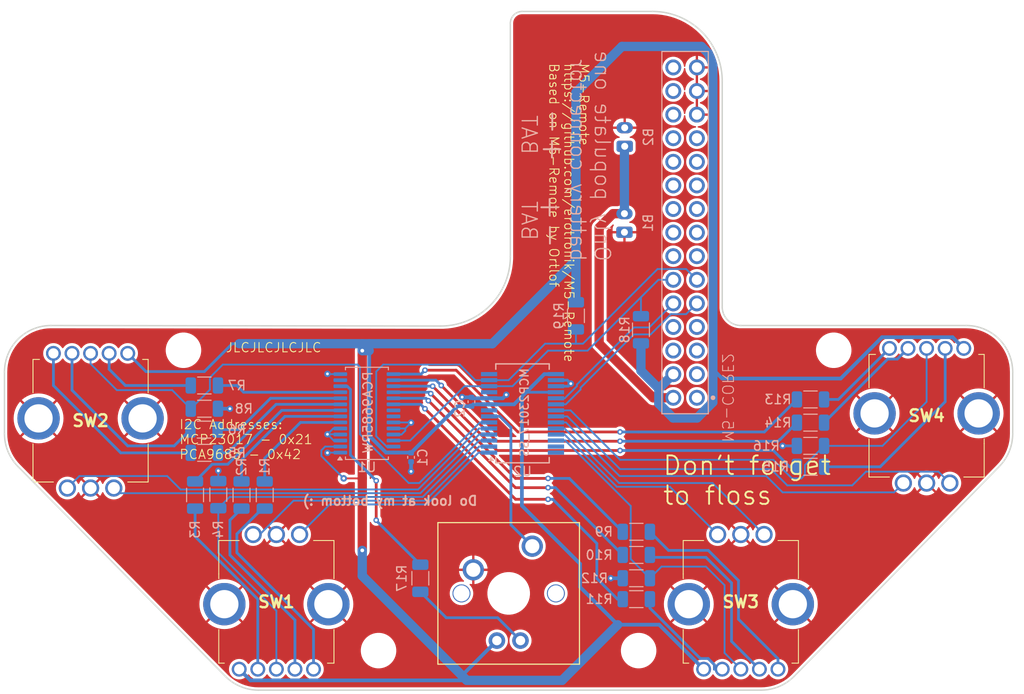
<source format=kicad_pcb>
(kicad_pcb (version 20240108) (generator "pcbnew") (generator_version "8.0")
  (layers (0 "F.Cu" signal) (31 "B.Cu" signal) (34 "B.Paste" user) (35 "F.Paste" user) (36 "B.SilkS" user "B.Silkscreen") (37 "F.SilkS" user "F.Silkscreen") (38 "B.Mask" user) (39 "F.Mask" user) (44 "Edge.Cuts" user))
  (net 0 "")
  (net 1 "+5V")
  (net 2 "/LED_SW1_R")
  (net 3 "/LEDD_SW1_R")
  (net 8 "GND")
  (net 9 "/INTB")
  (net 14 "/SDA")
  (net 15 "/SCL")
  (net 18 "/INTA")
  (net 26 "+BATT")
  (net 27 "+3.3V")
  (net 31 "/LEDD_SW1_G")
  (net 32 "/LED_SW1_G")
  (net 33 "/SW1_BUTTON")
  (net 34 "/LED_SW1_B")
  (net 35 "/LEDD_SW1_B")
  (net 36 "/LEDD_SW2_R")
  (net 37 "/LED_SW2_R")
  (net 38 "/SW2_BUTTON")
  (net 39 "/LEDD_SW2_G")
  (net 40 "/LED_SW2_G")
  (net 41 "/LEDD_SW2_B")
  (net 42 "/LED_SW2_B")
  (net 43 "/LEDD_SW3_R")
  (net 44 "/LED_SW3_R")
  (net 53 "/LED_SW3_G")
  (net 54 "/LEDD_SW3_G")
  (net 55 "/LEDD_SW3_B")
  (net 56 "/LED_SW3_B")
  (net 57 "/SW3_BUTTON")
  (net 58 "/LED_SW4_R")
  (net 59 "/LEDD_SW4_R")
  (net 60 "/LEDD_SW4_G")
  (net 61 "/LED_SW4_G")
  (net 62 "/LEDD_SW4_B")
  (net 63 "/LED_SW4_B")
  (net 64 "/SW4_BUTTON")
  (net 65 "/LED_CHERRY")
  (net 66 "/LEDD_CHERRY")
  (net 67 "/SW1_ROTB")
  (net 68 "/SW1_ROTA")
  (net 69 "/SW2_ROTA")
  (net 70 "/SW2_ROTB")
  (net 71 "/SW3_ROTA")
  (net 72 "/SW3_ROTB")
  (net 73 "/SW4_ROTB")
  (net 74 "/SW4_ROTA")
  (net 75 "/CHERRY_BUTTON")
  (footprint "M5-Remote_v1:mounting_hole_3.3mm" (layer "F.Cu") (at 113.5011 102.206)
    (property "Reference" "H2" (hide yes))
    (property "Value" "MountingHole")
  )
  (footprint "M5-Remote_v1:PEL12T4225SS1024" (layer "F.Cu") (at 103.5013 109.7896)
    (property "Reference" "SW2")
    (property "Value" "PEL12T4225SS1024" (hide yes))
  )
  (footprint "M5-Remote_v1:PEL12T4225SS1024" (layer "F.Cu") (at 193.5009 109.253)
    (property "Reference" "SW4")
    (property "Value" "PEL12T4225SS1024" (hide yes))
  )
  (footprint "M5-Remote_v1:PEL12T4225SS1024" (layer "F.Cu") (at 123.5011 129.2898 180)
    (property "Reference" "SW1")
    (property "Value" "PEL12T4225SS1024" (hide yes))
  )
  (footprint "M5-Remote_v1:CHERRY-MX-LED" (layer "F.Cu") (at 148.5111 128.38)
    (property "Reference" "U3" (hide yes))
    (property "Value" "CHERRY-MX-LED" (hide yes))
  )
  (footprint "M5-Remote_v1:mounting_hole_3.3mm" (layer "F.Cu") (at 183.5011 102.206)
    (property "Reference" "H3" (hide yes))
    (property "Value" "MountingHole")
  )
  (footprint "M5-Remote_v1:mounting_hole_3.3mm" (layer "F.Cu") (at 162.5011 134.54)
    (property "Reference" "H1" (hide yes))
    (property "Value" "MountingHole")
  )
  (footprint "M5-Remote_v1:PEL12T4225SS1024" (layer "F.Cu") (at 173.5009 129.29 180)
    (property "Reference" "SW3")
    (property "Value" "PEL12T4225SS1024" (hide yes))
  )
  (footprint "M5-Remote_v1:mounting_hole_3.3mm" (layer "F.Cu") (at 134.5011 134.54)
    (property "Reference" "H4" (hide yes))
    (property "Value" "MountingHole")
  )
  (footprint "Resistor_SMD:R_1206_3216Metric" (layer "B.Cu") (at 115.75 108.5)
    (property "Reference" "R8")
    (property "Value" "4k7")
  )
  (footprint "Resistor_SMD:R_1206_3216Metric" (layer "B.Cu") (at 115.75 113.25)
    (property "Reference" "R5")
    (property "Value" "120R")
  )
  (footprint "Package_SO:SSOP-28_5.3x10.2mm_P0.65mm" (layer "B.Cu") (at 150 109)
    (property "Reference" "U2")
    (property "Value" "MCP23017_SS")
  )
  (footprint "Resistor_SMD:R_1206_3216Metric" (layer "B.Cu") (at 181 114.75 180)
    (property "Reference" "R15")
    (property "Value" "120R")
  )
  (footprint "Resistor_SMD:R_1206_3216Metric" (layer "B.Cu") (at 115.75 106)
    (property "Reference" "R7")
    (property "Value" "120R")
  )
  (footprint "Resistor_SMD:R_1206_3216Metric" (layer "B.Cu") (at 155.75 98.5 -90)
    (property "Reference" "R19")
    (property "Value" "4k7")
  )
  (footprint "Resistor_SMD:R_1206_3216Metric" (layer "B.Cu") (at 181 107.5 180)
    (property "Reference" "R13")
    (property "Value" "120R")
  )
  (footprint "Connector_JST:JST_PH_S2B-PH-K_1x02_P2.00mm_Horizontal" (layer "B.Cu") (at 161 80.25 90)
    (property "Reference" "B2")
    (property "Value" "JST-PH-2MM,180")
  )
  (footprint "M5-Remote_v1:M5_CORE2" (layer "B.Cu") (at 168.7711 107.32 90)
    (property "Reference" "M5-CORE2")
    (property "Value" "M5Bus Header")
  )
  (footprint "Resistor_SMD:R_1206_3216Metric" (layer "B.Cu") (at 122.25 117.7875 90)
    (property "Reference" "R1")
    (property "Value" "120R")
  )
  (footprint "Resistor_SMD:R_1206_3216Metric" (layer "B.Cu") (at 115.7125 110.75)
    (property "Reference" "R6")
    (property "Value" "120R")
  )
  (footprint "Resistor_SMD:R_1206_3216Metric" (layer "B.Cu") (at 117.25 117.75 90)
    (property "Reference" "R4")
    (property "Value" "4k7")
  )
  (footprint "Resistor_SMD:R_1206_3216Metric" (layer "B.Cu") (at 181 112.5 180)
    (property "Reference" "R16")
    (property "Value" "4k7")
  )
  (footprint "Resistor_SMD:R_1206_3216Metric" (layer "B.Cu") (at 162.25 124.24 180)
    (property "Reference" "R10")
    (property "Value" "120R")
  )
  (footprint "Resistor_SMD:R_1206_3216Metric" (layer "B.Cu") (at 119.75 117.7875 90)
    (property "Reference" "R2")
    (property "Value" "120R")
  )
  (footprint "Resistor_SMD:R_1206_3216Metric" (layer "B.Cu") (at 139 126.75 90)
    (property "Reference" "R17")
    (property "Value" "120R")
  )
  (footprint "Connector_JST:JST_PH_S2B-PH-K_1x02_P2.00mm_Horizontal" (layer "B.Cu") (at 160.9733 89.5 90)
    (property "Reference" "B1")
    (property "Value" "JST-PH-2MM,180")
  )
  (footprint "Package_SO:TSSOP-28_4.4x9.7mm_P0.65mm" (layer "B.Cu") (at 133.25 109)
    (property "Reference" "U1")
    (property "Value" "PCA9685PW")
  )
  (footprint "Resistor_SMD:R_1206_3216Metric" (layer "B.Cu") (at 162.25 129 180)
    (property "Reference" "R11")
    (property "Value" "120R")
  )
  (footprint "Resistor_SMD:R_1206_3216Metric" (layer "B.Cu") (at 162.25 126.75 180)
    (property "Reference" "R12")
    (property "Value" "4k7")
  )
  (footprint "Resistor_SMD:R_1206_3216Metric" (layer "B.Cu") (at 162.75 100 90)
    (property "Reference" "R18")
    (property "Value" "4k7")
  )
  (footprint "Resistor_SMD:R_1206_3216Metric" (layer "B.Cu") (at 162.25 121.75 180)
    (property "Reference" "R9")
    (property "Value" "120R")
  )
  (footprint "Capacitor_SMD:C_0402_1005Metric" (layer "B.Cu") (at 138 113.73 -90)
    (property "Reference" "C1")
    (property "Value" "100n")
  )
  (footprint "Resistor_SMD:R_1206_3216Metric" (layer "B.Cu") (at 114.75 117.7875 90)
    (property "Reference" "R3")
    (property "Value" "120R")
  )
  (footprint "Capacitor_SMD:C_0402_1005Metric" (layer "B.Cu") (at 144.5 107.75 90)
    (property "Reference" "C2")
    (property "Value" "100n")
  )
  (footprint "Resistor_SMD:R_1206_3216Metric" (layer "B.Cu") (at 181 110 180)
    (property "Reference" "R14")
    (property "Value" "120R")
  )
  (gr_arc (start 197.7711 99.54) (mid 201.306634 101.004466) (end 202.7711 104.54) (stroke (width 0.1524)) (layer "Edge.Cuts"))
  (gr_line (start 121.572168 138.794) (end 175.684031 138.794) (stroke (width 0.1524)) (layer "Edge.Cuts"))
  (gr_arc (start 94.2311 104.54) (mid 95.695566 101.004466) (end 99.2311 99.54) (stroke (width 0.1524)) (layer "Edge.Cuts"))
  (gr_line (start 94.2311 104.54) (end 94.2311 111.198932) (stroke (width 0.1524)) (layer "Edge.Cuts"))
  (gr_arc (start 148.6911 67) (mid 149.063074 66.101974) (end 149.9611 65.73) (stroke (width 0.1524)) (layer "Edge.Cuts"))
  (gr_arc (start 95.695568 114.734468) (mid 94.611692 113.112352) (end 94.2311 111.198932) (stroke (width 0.1524)) (layer "Edge.Cuts"))
  (gr_line (start 171.5011 97.54) (end 171.5011 73.23) (stroke (width 0.1524)) (layer "Edge.Cuts"))
  (gr_arc (start 179.219567 137.329532) (mid 177.597451 138.413407) (end 175.684031 138.794) (stroke (width 0.1524)) (layer "Edge.Cuts"))
  (gr_line (start 148.6911 67) (end 148.6911 92.096779) (stroke (width 0.1524)) (layer "Edge.Cuts"))
  (gr_arc (start 121.572168 138.794) (mid 119.658756 138.413387) (end 118.036631 137.329532) (stroke (width 0.1524)) (layer "Edge.Cuts"))
  (gr_arc (start 202.7711 111.198932) (mid 202.390486 113.112344) (end 201.306631 114.734469) (stroke (width 0.1524)) (layer "Edge.Cuts"))
  (gr_arc (start 164.0011 65.73) (mid 169.304401 67.926699) (end 171.5011 73.23) (stroke (width 0.1524)) (layer "Edge.Cuts"))
  (gr_line (start 164.0011 65.73) (end 149.9611 65.73) (stroke (width 0.1524)) (layer "Edge.Cuts"))
  (gr_arc (start 173.5011 99.54) (mid 172.086886 98.954214) (end 171.5011 97.54) (stroke (width 0.1524)) (layer "Edge.Cuts"))
  (gr_line (start 95.695568 114.734469) (end 118.036631 137.329532) (stroke (width 0.1524)) (layer "Edge.Cuts"))
  (gr_line (start 141.18095 99.596772) (end 99.2311 99.54) (stroke (width 0.1524)) (layer "Edge.Cuts"))
  (gr_arc (start 148.6911 92.096779) (mid 146.490818 97.403681) (end 141.18095 99.596772) (stroke (width 0.1524)) (layer "Edge.Cuts"))
  (gr_line (start 202.7711 111.198932) (end 202.7711 104.54) (stroke (width 0.1524)) (layer "Edge.Cuts"))
  (gr_line (start 179.219568 137.329532) (end 201.306631 114.734469) (stroke (width 0.1524)) (layer "Edge.Cuts"))
  (gr_line (start 197.7711 99.54) (end 173.5011 99.54) (stroke (width 0.1524)) (layer "Edge.Cuts"))
  (gr_text "Only populate one\nbattery connector" (at 155 92.75 270) (layer "B.SilkS") (effects (font (size 1.63576 1.63576) (thickness 0.14224)) (justify left bottom mirror)))
  (gr_text "-" (at 154.5 88.25 -90) (layer "B.SilkS") (effects (font (size 2.3368 2.3368) (thickness 0.2032)) (justify right top mirror)))
  (gr_text "+" (at 154.75 81.75 0) (layer "B.SilkS") (effects (font (size 2.3368 2.3368) (thickness 0.2032)) (justify left bottom mirror)))
  (gr_text "BAT" (at 149.75 90.5 -90) (layer "B.SilkS") (effects (font (size 1.63576 1.63576) (thickness 0.14224)) (justify left bottom mirror)))
  (gr_text "-" (at 154.75 76 -90) (layer "B.SilkS") (effects (font (size 2.3368 2.3368) (thickness 0.2032)) (justify right top mirror)))
  (gr_text "+" (at 154.5 88 0) (layer "B.SilkS") (effects (font (size 2.3368 2.3368) (thickness 0.2032)) (justify left bottom mirror)))
  (gr_text "Do look at my bottom :)" (at 145.25 119 0) (layer "B.SilkS") (effects (font (size 1 1) (thickness 0.2) (bold yes)) (justify left bottom mirror)))
  (gr_text "BAT" (at 149.75 81.25 -90) (layer "B.SilkS") (effects (font (size 1.63576 1.63576) (thickness 0.14224)) (justify left bottom mirror)))
  (gr_text "JLCJLCJLCJLC" (at 118 102.5 0) (layer "F.SilkS") (effects (font (size 1 1) (thickness 0.1)) (justify left bottom)))
  (gr_text "" (at 151.933831 74.786 0) (layer "F.SilkS") (effects (font (size 5.870956 5.870956) (thickness 0.580644)) (justify left)))
  (gr_text "I2C Addresses:\nMCP23017 - 0x21\nPCA9685 - 0x42" (at 113 114 0) (layer "F.SilkS") (effects (font (size 1 1) (thickness 0.1)) (justify left bottom)))
  (gr_text "Don't forget\nto floss" (at 165 119 0) (layer "F.SilkS") (effects (font (size 2 2) (thickness 0.2)) (justify left bottom)))
  (gr_text "M5-Remote\nhttps://github.com/erotronik/M5-Remote\nBased on M5-Remote by Ortlof" (at 155 71.25 -90) (layer "F.SilkS") (effects (font (size 1 1) (thickness 0.1)) (justify left)))
  (segment (start 132.75 102.75) (end 132.75 116) (width 1) (layer "F.Cu") (net 1))
  (segment (start 132.75 102.25) (end 132.75 102.75) (width 1) (layer "F.Cu") (net 1))
  (segment (start 132.75 116) (end 132.75 123.75) (width 1) (layer "F.Cu") (net 1))
  (segment (start 130.75 116) (end 132.75 116) (width 0.2) (layer "F.Cu") (net 1))
  (via (at 130.75 116) (size 0.7) (drill 0.3) (layers "F.Cu" "B.Cu") (net 1))
  (via (at 132.75 102.25) (size 0.9) (drill 0.4) (layers "F.Cu" "B.Cu") (net 1))
  (via (at 132.75 123.75) (size 0.9) (drill 0.4) (layers "F.Cu" "B.Cu") (net 1))
  (segment (start 146.4 108.025) (end 144.705 108.025) (width 0.4) (layer "B.Cu") (net 1))
  (segment (start 132.75 102.25) (end 133.4968 102.25) (width 1) (layer "B.Cu") (net 1))
  (segment (start 153.6 106.725) (end 150.475 106.725) (width 0.3) (layer "B.Cu") (net 1))
  (segment (start 128.3468 112.979435) (end 128.3468 113.5968) (width 0.2) (layer "B.Cu") (net 1))
  (segment (start 170.489954 107.801309) (end 170.489954 104.25) (width 1) (layer "B.Cu") (net 1))
  (segment (start 155.75 92.5) (end 155.75 97.0375) (width 1) (layer "B.Cu") (net 1))
  (segment (start 144 137.743) (end 143.3785 137.1215) (width 1) (layer "B.Cu") (net 1))
  (segment (start 147.2411 133.46) (end 143.5796 137.1215) (width 0.4) (layer "B.Cu") (net 1))
  (segment (start 155.75 92.5) (end 146.75 101.5) (width 1) (layer "B.Cu") (net 1))
  (segment (start 133.4968 102.25) (end 133.4968 101.5032) (width 0.4) (layer "B.Cu") (net 1))
  (segment (start 168.791263 109.5) (end 170.489954 107.801309) (width 1) (layer "B.Cu") (net 1))
  (segment (start 184.25 105.25) (end 171.489954 105.25) (width 0.4) (layer "B.Cu") (net 1))
  (segment (start 160.70425 69.5) (end 155.75 74.45425) (width 1) (layer "B.Cu") (net 1))
  (segment (start 143.02 108.23) (end 138 113.25) (width 0.4) (layer "B.Cu") (net 1))
  (segment (start 154.257 137.743) (end 160.25 131.75) (width 1) (layer "B.Cu") (net 1))
  (segment (start 107.5013 102.5396) (end 109.4617 104.5) (width 0.3) (layer "B.Cu") (net 1))
  (segment (start 135.310596 113.225) (end 133.4968 111.411204) (width 0.4) (layer "B.Cu") (net 1))
  (segment (start 132.75 101.5) (end 132.75 102.25) (width 1) (layer "B.Cu") (net 1))
  (segment (start 166.215462 109.5) (end 168.791263 109.5) (width 1) (layer "B.Cu") (net 1))
  (segment (start 171.489954 105.25) (end 170.489954 104.25) (width 0.4) (layer "B.Cu") (net 1))
  (segment (start 133.4968 101.5032) (end 133.5 101.5) (width 0.4) (layer "B.Cu") (net 1))
  (segment (start 152.3436 104.775) (end 153.6 104.775) (width 0.4) (layer "B.Cu") (net 1))
  (segment (start 146.75 101.5) (end 133.5 101.5) (width 1) (layer "B.Cu") (net 1))
  (segment (start 146.4 108.025) (end 149.0936 108.025) (width 0.4) (layer "B.Cu") (net 1))
  (segment (start 164.67535 107.959888) (end 166.215462 109.5) (width 1) (layer "B.Cu") (net 1))
  (segment (start 144 137.743) (end 154.257 137.743) (width 1) (layer "B.Cu") (net 1))
  (segment (start 118.75 101.5) (end 119.5 101.5) (width 0.3) (layer "B.Cu") (net 1))
  (segment (start 170.489954 71.573818) (end 170.35527 71.115124) (width 1) (layer "B.Cu") (net 1))
  (segment (start 149.0936 108.025) (end 149.9343 107.1843) (width 0.4) (layer "B.Cu") (net 1))
  (segment (start 169.989618 70.232362) (end 169.257256 69.5) (width 1) (layer "B.Cu") (net 1))
  (segment (start 128.751235 112.575) (end 128.3468 112.979435) (width 0.2) (layer "B.Cu") (net 1))
  (segment (start 196.2977 100.7998) (end 188.7002 100.7998) (width 0.4) (layer "B.Cu") (net 1))
  (segment (start 136.1125 113.225) (end 137.975 113.225) (width 0.4) (layer "B.Cu") (net 1))
  (segment (start 170.35527 71.115124) (end 170.188209 70.667217) (width 1) (layer "B.Cu") (net 1))
  (segment (start 136.1125 113.225) (end 135.310596 113.225) (width 0.4) (layer "B.Cu") (net 1))
  (segment (start 164.7109 131.75) (end 169.5009 136.54) (width 0.4) (layer "B.Cu") (net 1))
  (segment (start 197.5009 102.003) (end 196.2977 100.7998) (width 0.4) (layer "B.Cu") (net 1))
  (segment (start 150.475 106.725) (end 150.4343 106.6843) (width 0.3) (layer "B.Cu") (net 1))
  (segment (start 170.188209 70.667217) (end 169.989618 70.232362) (width 1) (layer "B.Cu") (net 1))
  (segment (start 149.9343 118.9343) (end 156.2 125.2) (width 0.4) (layer "B.Cu") (net 1))
  (segment (start 115.75 104.5) (end 118.75 101.5) (width 0.3) (layer "B.Cu") (net 1))
  (segment (start 149.9343 107.1843) (end 149.9343 118.9343) (width 0.4) (layer "B.Cu") (net 1))
  (segment (start 164.67535 106.33575) (end 162.75 104.4104) (width 1) (layer "B.Cu") (net 1))
  (segment (start 133.4968 102.5) (end 133.4968 102.25) (width 0.4) (layer "B.Cu") (net 1))
  (segment (start 162.75 104.4104) (end 162.75 101.4625) (width 1) (layer "B.Cu") (net 1))
  (segment (start 130.3875 112.575) (end 128.751235 112.575) (width 0.2) (layer "B.Cu") (net 1))
  (segment (start 120.7043 137.743) (end 144 137.743) (width 0.4) (layer "B.Cu") (net 1))
  (segment (start 143.5796 137.1215) (end 143.3785 137.1215) (width 0.4) (layer "B.Cu") (net 1))
  (segment (start 133.4968 111.411204) (end 133.4968 102.5) (width 0.4) (layer "B.Cu") (net 1))
  (segment (start 120.7043 137.743) (end 119.5011 136.5398) (width 0.4) (layer "B.Cu") (net 1))
  (segment (start 155.75 74.45425) (end 155.75 92.5) (width 1) (layer "B.Cu") (net 1))
  (segment (start 128.3468 113.5968) (end 130.75 116) (width 0.2) (layer "B.Cu") (net 1))
  (segment (start 169.257256 69.5) (end 160.70425 69.5) (width 1) (layer "B.Cu") (net 1))
  (segment (start 132.75 126.493) (end 132.75 123.75) (width 1) (layer "B.Cu") (net 1))
  (segment (start 160.25 131.75) (end 164.7109 131.75) (width 0.4) (layer "B.Cu") (net 1))
  (segment (start 166.2311 104.78) (end 164.67535 106.33575) (width 1) (layer "B.Cu") (net 1))
  (segment (start 164.67535 106.33575) (end 164.67535 107.959888) (width 1) (layer "B.Cu") (net 1))
  (segment (start 188.7002 100.7998) (end 184.25 105.25) (width 0.4) (layer "B.Cu") (net 1))
  (segment (start 144.5 108.23) (end 143.02 108.23) (width 0.4) (layer "B.Cu") (net 1))
  (segment (start 150.4343 106.6843) (end 152.3436 104.775) (width 0.4) (layer "B.Cu") (net 1))
  (segment (start 143.3785 137.1215) (end 132.75 126.493) (width 1) (layer "B.Cu") (net 1))
  (segment (start 133.5 101.5) (end 132.75 101.5) (width 1) (layer "B.Cu") (net 1))
  (segment (start 156.2 127.7) (end 160.25 131.75) (width 0.4) (layer "B.Cu") (net 1))
  (segment (start 170.489954 104.25) (end 170.489954 71.573818) (width 1) (layer "B.Cu") (net 1))
  (segment (start 132.75 101.5) (end 119.5 101.5) (width 1) (layer "B.Cu") (net 1))
  (segment (start 109.4617 104.5) (end 115.75 104.5) (width 0.3) (layer "B.Cu") (net 1))
  (segment (start 144.705 108.025) (end 144.5 108.23) (width 0.4) (layer "B.Cu") (net 1))
  (segment (start 149.9343 107.1843) (end 150.4343 106.6843) (width 0.4) (layer "B.Cu") (net 1))
  (segment (start 156.2 125.2) (end 156.2 127.7) (width 0.4) (layer "B.Cu") (net 1))
  (segment (start 122.25 113.825) (end 126.1 109.975) (width 0.3) (layer "B.Cu") (net 2))
  (segment (start 126.1 109.975) (end 130.3875 109.975) (width 0.3) (layer "B.Cu") (net 2))
  (segment (start 122.25 116.325) (end 122.25 113.825) (width 0.3) (layer "B.Cu") (net 2))
  (segment (start 127.5011 136.5398) (end 127.5011 132.2511) (width 0.3) (layer "B.Cu") (net 3))
  (segment (start 119.25 124) (end 119.25 121.983252) (width 0.3) (layer "B.Cu") (net 3))
  (segment (start 127.5011 132.2511) (end 119.25 124) (width 0.3) (layer "B.Cu") (net 3))
  (segment (start 121.983252 119.25) (end 122.25 119.25) (width 0.3) (layer "B.Cu") (net 3))
  (segment (start 119.25 121.983252) (end 121.983252 119.25) (width 0.3) (layer "B.Cu") (net 3))
  (via (at 118.5 108.5) (size 0.7) (drill 0.3) (layers "F.Cu" "B.Cu") (net 8))
  (via (at 155.2 105.8) (size 0.7) (drill 0.3) (layers "F.Cu" "B.Cu") (net 8))
  (via (at 159.5 126.75) (size 0.7) (drill 0.3) (layers "F.Cu" "B.Cu") (net 8))
  (via (at 148.25 107) (size 0.7) (drill 0.3) (layers "F.Cu" "B.Cu") (net 8))
  (via (at 178 112.5) (size 0.7) (drill 0.3) (layers "F.Cu" "B.Cu") (net 8))
  (via (at 129 104.75) (size 0.7) (drill 0.3) (layers "F.Cu" "B.Cu") (net 8))
  (via (at 117.25 115.1814) (size 0.7) (drill 0.3) (layers "F.Cu" "B.Cu") (net 8))
  (via (at 138 110) (size 0.7) (drill 0.3) (layers "F.Cu" "B.Cu") (net 8))
  (via (at 129 113.25) (size 0.7) (drill 0.3) (layers "F.Cu" "B.Cu") (net 8))
  (via (at 138 115.25) (size 0.7) (drill 0.3) (layers "F.Cu" "B.Cu") (net 8))
  (via (at 129 111.25) (size 0.7) (drill 0.3) (layers "F.Cu" "B.Cu") (net 8))
  (via (at 143.5 107.25) (size 0.7) (drill 0.3) (layers "F.Cu" "B.Cu") (net 8))
  (segment (start 137.375 110.875) (end 137.375 110.625) (width 0.2) (layer "B.Cu") (net 8))
  (segment (start 130.3875 104.775) (end 129.025 104.775) (width 0.2) (layer "B.Cu") (net 8))
  (segment (start 129.025 113.225) (end 129 113.25) (width 0.2) (layer "B.Cu") (net 8))
  (segment (start 146.4 107.375) (end 147.875 107.375) (width 0.4) (layer "B.Cu") (net 8))
  (segment (start 144.5 107.27) (end 143.52 107.27) (width 0.4) (layer "B.Cu") (net 8))
  (segment (start 143.52 107.27) (end 143.5 107.25) (width 0.4) (layer "B.Cu") (net 8))
  (segment (start 136.1125 109.975) (end 137.975 109.975) (width 0.2) (layer "B.Cu") (net 8))
  (segment (start 129 111.25) (end 130.3625 111.25) (width 0.2) (layer "B.Cu") (net 8))
  (segment (start 118.5 108.5) (end 117.2125 108.5) (width 0.4) (layer "B.Cu") (net 8))
  (segment (start 154.925 106.075) (end 153.6 106.075) (width 0.3) (layer "B.Cu") (net 8))
  (segment (start 136.975 111.275) (end 137.375 110.875) (width 0.2) (layer "B.Cu") (net 8))
  (segment (start 130.3875 111.925) (end 129.675 111.925) (width 0.2) (layer "B.Cu") (net 8))
  (segment (start 129.025 104.775) (end 129 104.75) (width 0.2) (layer "B.Cu") (net 8))
  (segment (start 154.825 105.425) (end 153.6 105.425) (width 0.3) (layer "B.Cu") (net 8))
  (segment (start 136.1125 110.625) (end 137.375 110.625) (width 0.2) (layer "B.Cu") (net 8))
  (segment (start 117.25 116.2875) (end 117.25 115.1814) (width 0.2) (layer "B.Cu") (net 8))
  (segment (start 137.375 110.625) (end 138 110) (width 0.2) (layer "B.Cu") (net 8))
  (segment (start 186.4595 109.003) (end 187.9009 109.003) (width 0.3) (layer "B.Cu") (net 8))
  (segment (start 144.605 107.375) (end 144.5 107.27) (width 0.4) (layer "B.Cu") (net 8))
  (segment (start 146.4 107.375) (end 144.605 107.375) (width 0.4) (layer "B.Cu") (net 8))
  (segment (start 155.2 105.8) (end 154.925 106.075) (width 0.3) (layer "B.Cu") (net 8))
  (segment (start 129.625 110.625) (end 129 111.25) (width 0.2) (layer "B.Cu") (net 8))
  (segment (start 136.1125 111.275) (end 136.975 111.275) (width 0.2) (layer "B.Cu") (net 8))
  (segment (start 160.7875 126.75) (end 159.5 126.75) (width 0.4) (layer "B.Cu") (net 8))
  (segment (start 130.3875 113.225) (end 129.025 113.225) (width 0.2) (layer "B.Cu") (net 8))
  (segment (start 137.975 109.975) (end 138 110) (width 0.2) (layer "B.Cu") (net 8))
  (segment (start 130.3625 111.25) (end 130.3875 111.275) (width 0.2) (layer "B.Cu") (net 8))
  (segment (start 130.3875 110.625) (end 129.625 110.625) (width 0.2) (layer "B.Cu") (net 8))
  (segment (start 155.2 105.8) (end 154.825 105.425) (width 0.3) (layer "B.Cu") (net 8))
  (segment (start 147.875 107.375) (end 148.25 107) (width 0.4) (layer "B.Cu") (net 8))
  (segment (start 129.675 111.925) (end 129 111.25) (width 0.2) (layer "B.Cu") (net 8))
  (segment (start 179.5375 112.5) (end 178 112.5) (width 0.3) (layer "B.Cu") (net 8))
  (segment (start 138 114.21) (end 138 115.25) (width 0.4) (layer "B.Cu") (net 8))
  (segment (start 162 99.75) (end 163.6411 99.75) (width 0.2) (layer "B.Cu") (net 9))
  (segment (start 163.6411 99.75) (end 166.2311 97.16) (width 0.2) (layer "B.Cu") (net 9))
  (segment (start 154.548765 107.375) (end 155.8532 106.070565) (width 0.2) (layer "B.Cu") (net 9))
  (segment (start 153.6 107.375) (end 154.548765 107.375) (width 0.2) (layer "B.Cu") (net 9))
  (segment (start 155.8532 105.8968) (end 162 99.75) (width 0.2) (layer "B.Cu") (net 9))
  (segment (start 155.8532 106.070565) (end 155.8532 105.8968) (width 0.2) (layer "B.Cu") (net 9))
  (segment (start 134.25 111.449999) (end 134.25 104.5) (width 0.2) (layer "B.Cu") (net 14))
  (segment (start 155.75 101.5) (end 152.42979 101.5) (width 0.2) (layer "B.Cu") (net 14))
  (segment (start 167.61535 93.46425) (end 164.53575 93.46425) (width 0.2) (layer "B.Cu") (net 14))
  (segment (start 134.25 104.5) (end 135 103.75) (width 0.2) (layer "B.Cu") (net 14))
  (segment (start 136.1125 112.575) (end 135.375001 112.575) (width 0.2) (layer "B.Cu") (net 14))
  (segment (start 152.42979 101.5) (end 148.50479 105.425) (width 0.2) (layer "B.Cu") (net 14))
  (segment (start 155.75 99.9625) (end 155.75 101.5) (width 0.2) (layer "B.Cu") (net 14))
  (segment (start 168.7711 94.62) (end 167.61535 93.46425) (width 0.2) (layer "B.Cu") (net 14))
  (segment (start 156.5 101.5) (end 155.75 101.5) (width 0.2) (layer "B.Cu") (net 14))
  (segment (start 135.375001 112.575) (end 134.25 111.449999) (width 0.2) (layer "B.Cu") (net 14))
  (segment (start 164.53575 93.46425) (end 156.5 101.5) (width 0.2) (layer "B.Cu") (net 14))
  (segment (start 148.50479 105.425) (end 146.4 105.425) (width 0.2) (layer "B.Cu") (net 14))
  (segment (start 143.25 103.75) (end 144.925 105.425) (width 0.2) (layer "B.Cu") (net 14))
  (segment (start 135 103.75) (end 143.25 103.75) (width 0.2) (layer "B.Cu") (net 14))
  (segment (start 144.925 105.425) (end 146.4 105.425) (width 0.2) (layer "B.Cu") (net 14))
  (segment (start 152.75 102.25) (end 148.925 106.075) (width 0.2) (layer "B.Cu") (net 15))
  (segment (start 162.75 98.5375) (end 162.75 96.5) (width 0.2) (layer "B.Cu") (net 15))
  (segment (start 148.925 106.075) (end 146.4 106.075) (width 0.2) (layer "B.Cu") (net 15))
  (segment (start 162.75 96.5) (end 157 102.25) (width 0.2) (layer "B.Cu") (net 15))
  (segment (start 164.63 94.62) (end 162.75 96.5) (width 0.2) (layer "B.Cu") (net 15))
  (segment (start 143.751235 106.075) (end 146.4 106.075) (width 0.2) (layer "B.Cu") (net 15))
  (segment (start 136.1125 111.925) (end 137.901235 111.925) (width 0.2) (layer "B.Cu") (net 15))
  (segment (start 137.901235 111.925) (end 143.751235 106.075) (width 0.2) (layer "B.Cu") (net 15))
  (segment (start 157 102.25) (end 152.75 102.25) (width 0.2) (layer "B.Cu") (net 15))
  (segment (start 166.2311 94.62) (end 164.63 94.62) (width 0.2) (layer "B.Cu") (net 15))
  (segment (start 163.796622 100.5) (end 165.980872 98.31575) (width 0.2) (layer "B.Cu") (net 18))
  (segment (start 161.98573 100.5) (end 163.796622 100.5) (width 0.2) (layer "B.Cu") (net 18))
  (segment (start 153.6 108.025) (end 154.6564 108.025) (width 0.2) (layer "B.Cu") (net 18))
  (segment (start 165.980872 98.31575) (end 167.61535 98.31575) (width 0.2) (layer "B.Cu") (net 18))
  (segment (start 154.6564 108.025) (end 156.2564 106.425) (width 0.2) (layer "B.Cu") (net 18))
  (segment (start 156.2564 106.22933) (end 161.98573 100.5) (width 0.2) (layer "B.Cu") (net 18))
  (segment (start 167.61535 98.31575) (end 168.7711 97.16) (width 0.2) (layer "B.Cu") (net 18))
  (segment (start 156.2564 106.425) (end 156.2564 106.22933) (width 0.2) (layer "B.Cu") (net 18))
  (segment (start 159.75 87.5) (end 160.9733 87.5) (width 1) (layer "F.Cu") (net 26))
  (segment (start 164.07 107.32) (end 158.25 101.5) (width 1) (layer "F.Cu") (net 26))
  (segment (start 158.25 89) (end 159.75 87.5) (width 1) (layer "F.Cu") (net 26))
  (segment (start 158.25 101.5) (end 158.25 89) (width 1) (layer "F.Cu") (net 26))
  (segment (start 166.2311 107.32) (end 164.07 107.32) (width 1) (layer "F.Cu") (net 26))
  (segment (start 160.9733 80.4767) (end 161.2 80.25) (width 1) (layer "B.Cu") (net 26))
  (segment (start 160.9733 87.5) (end 160.9733 80.4767) (width 1) (layer "B.Cu") (net 26))
  (segment (start 118.5 120.5) (end 119.75 119.25) (width 0.3) (layer "B.Cu") (net 31))
  (segment (start 125.5011 136.5398) (end 125.5011 131.2511) (width 0.3) (layer "B.Cu") (net 31))
  (segment (start 118.5 124.25) (end 118.5 120.5) (width 0.3) (layer "B.Cu") (net 31))
  (segment (start 125.5011 131.2511) (end 118.5 124.25) (width 0.3) (layer "B.Cu") (net 31))
  (segment (start 119.75 114) (end 124.425 109.325) (width 0.3) (layer "B.Cu") (net 32))
  (segment (start 124.425 109.325) (end 130.3875 109.325) (width 0.3) (layer "B.Cu") (net 32))
  (segment (start 119.75 116.325) (end 119.75 114) (width 0.3) (layer "B.Cu") (net 32))
  (segment (start 117.25 124) (end 117.25 119.2125) (width 0.2) (layer "B.Cu") (net 33))
  (segment (start 123.5011 130.2511) (end 117.25 124) (width 0.2) (layer "B.Cu") (net 33))
  (segment (start 118.4654 117.9971) (end 139.2529 117.9971) (width 0.2) (layer "B.Cu") (net 33))
  (segment (start 123.5011 136.5398) (end 123.5011 130.2511) (width 0.2) (layer "B.Cu") (net 33))
  (segment (start 117.25 119.2125) (end 118.4654 117.9971) (width 0.2) (layer "B.Cu") (net 33))
  (segment (start 139.2529 117.9971) (end 145.325 111.925) (width 0.2) (layer "B.Cu") (net 33))
  (segment (start 145.325 111.925) (end 146.4 111.925) (width 0.2) (layer "B.Cu") (net 33))
  (segment (start 118.2718 114.4782) (end 124.075 108.675) (width 0.3) (layer "B.Cu") (net 34))
  (segment (start 114.75 116.325) (end 116.5968 114.4782) (width 0.3) (layer "B.Cu") (net 34))
  (segment (start 124.075 108.675) (end 130.3875 108.675) (width 0.3) (layer "B.Cu") (net 34))
  (segment (start 116.5968 114.4782) (end 118.2718 114.4782) (width 0.3) (layer "B.Cu") (net 34))
  (segment (start 114.75 122.25) (end 114.75 119.25) (width 0.3) (layer "B.Cu") (net 35))
  (segment (start 121.5011 129.0011) (end 114.75 122.25) (width 0.3) (layer "B.Cu") (net 35))
  (segment (start 121.5011 136.5398) (end 121.5011 129.0011) (width 0.3) (layer "B.Cu") (net 35))
  (segment (start 106.75 113.25) (end 114.2875 113.25) (width 0.3) (layer "B.Cu") (net 36))
  (segment (start 99.5013 106.0013) (end 106.75 113.25) (width 0.3) (layer "B.Cu") (net 36))
  (segment (start 99.5013 102.5396) (end 99.5013 106.0013) (width 0.3) (layer "B.Cu") (net 36))
  (segment (start 118.25 113.25) (end 117.2125 113.25) (width 0.3) (layer "B.Cu") (net 37))
  (segment (start 123.475 108.025) (end 118.25 113.25) (width 0.3) (layer "B.Cu") (net 37))
  (segment (start 130.3875 108.025) (end 123.475 108.025) (width 0.3) (layer "B.Cu") (net 37))
  (segment (start 103.5013 103.67097) (end 106.33033 106.5) (width 0.2) (layer "B.Cu") (net 38))
  (segment (start 114.2875 108.5) (end 116.3468 106.4407) (width 0.2) (layer "B.Cu") (net 38))
  (segment (start 106.33033 106.5) (end 112.2875 106.5) (width 0.2) (layer "B.Cu") (net 38))
  (segment (start 145.40479 109.975) (end 146.4 109.975) (width 0.2) (layer "B.Cu") (net 38))
  (segment (start 116.3468 105.13893) (end 117.73573 103.75) (width 0.2) (layer "B.Cu") (net 38))
  (segment (start 103.5013 102.5396) (end 103.5013 103.67097) (width 0.2) (layer "B.Cu") (net 38))
  (segment (start 132.25 103.75) (end 132.5 104) (width 0.2) (layer "B.Cu") (net 38))
  (segment (start 137.75 116.5) (end 138.87979 116.5) (width 0.2) (layer "B.Cu") (net 38))
  (segment (start 138.87979 116.5) (end 145.40479 109.975) (width 0.2) (layer "B.Cu") (net 38))
  (segment (start 112.2875 106.5) (end 114.2875 108.5) (width 0.2) (layer "B.Cu") (net 38))
  (segment (start 132.5 104) (end 132.5 111.25) (width 0.2) (layer "B.Cu") (net 38))
  (segment (start 132.5 111.25) (end 137.75 116.5) (width 0.2) (layer "B.Cu") (net 38))
  (segment (start 117.73573 103.75) (end 132.25 103.75) (width 0.2) (layer "B.Cu") (net 38))
  (segment (start 116.3468 106.4407) (end 116.3468 105.13893) (width 0.2) (layer "B.Cu") (net 38))
  (segment (start 107.5 112.5) (end 101.5013 106.5013) (width 0.3) (layer "B.Cu") (net 39))
  (segment (start 101.5013 106.5013) (end 101.5013 102.5396) (width 0.3) (layer "B.Cu") (net 39))
  (segment (start 114.25 110.75) (end 112.5 112.5) (width 0.3) (layer "B.Cu") (net 39))
  (segment (start 112.5 112.5) (end 107.5 112.5) (width 0.3) (layer "B.Cu") (net 39))
  (segment (start 130.3875 107.375) (end 122.875 107.375) (width 0.3) (layer "B.Cu") (net 40))
  (segment (start 119.5 110.75) (end 117.175 110.75) (width 0.3) (layer "B.Cu") (net 40))
  (segment (start 122.875 107.375) (end 119.5 110.75) (width 0.3) (layer "B.Cu") (net 40))
  (segment (start 107.25 106) (end 105.5013 104.2513) (width 0.3) (layer "B.Cu") (net 41))
  (segment (start 105.5013 104.2513) (end 105.5013 102.5396) (width 0.3) (layer "B.Cu") (net 41))
  (segment (start 114.2875 106) (end 107.25 106) (width 0.3) (layer "B.Cu") (net 41))
  (segment (start 119.25 106) (end 117.2125 106) (width 0.3) (layer "B.Cu") (net 42))
  (segment (start 130.3875 106.725) (end 119.975 106.725) (width 0.3) (layer "B.Cu") (net 42))
  (segment (start 119.975 106.725) (end 119.25 106) (width 0.3) (layer "B.Cu") (net 42))
  (segment (start 170 123.75) (end 173.25 127) (width 0.3) (layer "B.Cu") (net 43))
  (segment (start 173.25 127) (end 173.25 131.15773) (width 0.3) (layer "B.Cu") (net 43))
  (segment (start 163.7125 121.75) (end 165.7125 123.75) (width 0.3) (layer "B.Cu") (net 43))
  (segment (start 177.5009 136.54) (end 177.5009 135.40863) (width 0.3) (layer "B.Cu") (net 43))
  (segment (start 177.5009 135.40863) (end 173.25 131.15773) (width 0.3) (layer "B.Cu") (net 43))
  (segment (start 165.7125 123.75) (end 170 123.75) (width 0.3) (layer "B.Cu") (net 43))
  (segment (start 140.125 106.875) (end 149.25 116) (width 0.3) (layer "F.Cu") (net 44))
  (segment (start 149.25 116) (end 152.75 116) (width 0.3) (layer "F.Cu") (net 44))
  (via (at 140.125 106.875) (size 0.6) (drill 0.3) (layers "F.Cu" "B.Cu") (net 44))
  (via (at 152.75 116) (size 0.6) (drill 0.3) (layers "F.Cu" "B.Cu") (net 44))
  (segment (start 160.7875 121.75) (end 155.0375 116) (width 0.3) (layer "B.Cu") (net 44))
  (segment (start 155.0375 116) (end 152.75 116) (width 0.3) (layer "B.Cu") (net 44))
  (segment (start 139.975 106.725) (end 136.1125 106.725) (width 0.3) (layer "B.Cu") (net 44))
  (segment (start 140.125 106.875) (end 139.975 106.725) (width 0.3) (layer "B.Cu") (net 44))
  (segment (start 139.863791 107.634542) (end 139.868562 107.634542) (width 0.3) (layer "F.Cu") (net 53))
  (segment (start 149.23402 117) (end 152.75 117) (width 0.3) (layer "F.Cu") (net 53))
  (segment (start 139.868562 107.634542) (end 149.23402 117) (width 0.3) (layer "F.Cu") (net 53))
  (via (at 152.75 117) (size 0.6) (drill 0.3) (layers "F.Cu" "B.Cu") (net 53))
  (via (at 139.863791 107.634542) (size 0.6) (drill 0.3) (layers "F.Cu" "B.Cu") (net 53))
  (segment (start 153.5475 117) (end 152.75 117) (width 0.3) (layer "B.Cu") (net 53))
  (segment (start 139.863791 107.634542) (end 139.604249 107.375) (width 0.3) (layer "B.Cu") (net 53))
  (segment (start 139.604249 107.375) (end 136.1125 107.375) (width 0.3) (layer "B.Cu") (net 53))
  (segment (start 160.7875 124.24) (end 153.5475 117) (width 0.3) (layer "B.Cu") (net 53))
  (segment (start 175.5009 136.54) (end 172.5 133.5391) (width 0.3) (layer "B.Cu") (net 54))
  (segment (start 163.9725 124.5) (end 163.7125 124.24) (width 0.3) (layer "B.Cu") (net 54))
  (segment (start 169.75 124.5) (end 163.9725 124.5) (width 0.3) (layer "B.Cu") (net 54))
  (segment (start 172.5 127.25) (end 169.75 124.5) (width 0.3) (layer "B.Cu") (net 54))
  (segment (start 172.5 133.5391) (end 172.5 127.25) (width 0.3) (layer "B.Cu") (net 54))
  (segment (start 169.1368 135.3868) (end 163.7125 129.9625) (width 0.3) (layer "B.Cu") (net 55))
  (segment (start 171.5009 136.54) (end 170.6541 136.54) (width 0.3) (layer "B.Cu") (net 55))
  (segment (start 169.978572 135.3868) (end 169.1368 135.3868) (width 0.3) (layer "B.Cu") (net 55))
  (segment (start 170.6541 136.062328) (end 169.978572 135.3868) (width 0.3) (layer "B.Cu") (net 55))
  (segment (start 163.7125 129.9625) (end 163.7125 129) (width 0.3) (layer "B.Cu") (net 55))
  (segment (start 170.6541 136.54) (end 170.6541 136.062328) (width 0.3) (layer "B.Cu") (net 55))
  (segment (start 149.25 118.25) (end 152.75 118.25) (width 0.3) (layer "F.Cu") (net 56))
  (segment (start 139.5 108.5) (end 149.25 118.25) (width 0.3) (layer "F.Cu") (net 56))
  (via (at 152.75 118.25) (size 0.6) (drill 0.3) (layers "F.Cu" "B.Cu") (net 56))
  (via (at 139.5 108.5) (size 0.6) (drill 0.3) (layers "F.Cu" "B.Cu") (net 56))
  (segment (start 158 123) (end 153.25 118.25) (width 0.3) (layer "B.Cu") (net 56))
  (segment (start 160.7875 129) (end 160.225 129) (width 0.3) (layer "B.Cu") (net 56))
  (segment (start 158 126.775) (end 158 123) (width 0.3) (layer "B.Cu") (net 56))
  (segment (start 160.225 129) (end 158 126.775) (width 0.3) (layer "B.Cu") (net 56))
  (segment (start 153.25 118.25) (end 152.75 118.25) (width 0.3) (layer "B.Cu") (net 56))
  (segment (start 139.5 108.5) (end 139.025 108.025) (width 0.3) (layer "B.Cu") (net 56))
  (segment (start 139.025 108.025) (end 136.1125 108.025) (width 0.3) (layer "B.Cu") (net 56))
  (segment (start 161.6532 124.6907) (end 161.6532 118.97341) (width 0.2) (layer "B.Cu") (net 57))
  (segment (start 161.6532 118.97341) (end 154.60479 111.925) (width 0.2) (layer "B.Cu") (net 57))
  (segment (start 154.60479 111.925) (end 153.6 111.925) (width 0.2) (layer "B.Cu") (net 57))
  (segment (start 169.75 125.5) (end 164.9625 125.5) (width 0.2) (layer "B.Cu") (net 57))
  (segment (start 164.9625 125.5) (end 163.7125 126.75) (width 0.2) (layer "B.Cu") (net 57))
  (segment (start 171.75 134.7891) (end 171.75 127.5) (width 0.2) (layer "B.Cu") (net 57))
  (segment (start 173.5009 136.54) (end 171.75 134.7891) (width 0.2) (layer "B.Cu") (net 57))
  (segment (start 163.7125 126.75) (end 161.6532 124.6907) (width 0.2) (layer "B.Cu") (net 57))
  (segment (start 171.75 127.5) (end 169.75 125.5) (width 0.2) (layer "B.Cu") (net 57))
  (segment (start 139.5 104.3532) (end 142.8532 104.3532) (width 0.3) (layer "F.Cu") (net 58))
  (segment (start 149.5 111) (end 160.5 111) (width 0.3) (layer "F.Cu") (net 58))
  (segment (start 142.8532 104.3532) (end 149.5 111) (width 0.3) (layer "F.Cu") (net 58))
  (via (at 160.5 111) (size 0.6) (drill 0.3) (layers "F.Cu" "B.Cu") (net 58))
  (via (at 139.5 104.3532) (size 0.6) (drill 0.3) (layers "F.Cu" "B.Cu") (net 58))
  (segment (start 139.0782 104.775) (end 136.1125 104.775) (width 0.3) (layer "B.Cu") (net 58))
  (segment (start 139.5 104.3532) (end 139.0782 104.775) (width 0.3) (layer "B.Cu") (net 58))
  (segment (start 176.0375 111) (end 162.5 111) (width 0.3) (layer "B.Cu") (net 58))
  (segment (start 162.5 111) (end 160.5 111) (width 0.3) (layer "B.Cu") (net 58))
  (segment (start 179.5375 107.5) (end 176.0375 111) (width 0.3) (layer "B.Cu") (net 58))
  (segment (start 184.0039 107.5) (end 182.4625 107.5) (width 0.3) (layer "B.Cu") (net 59))
  (segment (start 189.5009 102.003) (end 184.0039 107.5) (width 0.3) (layer "B.Cu") (net 59))
  (segment (start 190.3477 103.1562) (end 189.3063 103.1562) (width 0.3) (layer "B.Cu") (net 60))
  (segment (start 191.5009 102.003) (end 190.3477 103.1562) (width 0.3) (layer "B.Cu") (net 60))
  (segment (start 189.3063 103.1562) (end 182.4625 110) (width 0.3) (layer "B.Cu") (net 60))
  (segment (start 147.25 112) (end 160.5 112) (width 0.3) (layer "F.Cu") (net 61))
  (segment (start 141.25 106) (end 147.25 112) (width 0.3) (layer "F.Cu") (net 61))
  (via (at 160.5 112) (size 0.6) (drill 0.3) (layers "F.Cu" "B.Cu") (net 61))
  (via (at 141.25 106) (size 0.6) (drill 0.3) (layers "F.Cu" "B.Cu") (net 61))
  (segment (start 177.505525 112) (end 160.5 112) (width 0.3) (layer "B.Cu") (net 61))
  (segment (start 177.7407 111.7968) (end 177.708725 111.7968) (width 0.3) (layer "B.Cu") (net 61))
  (segment (start 179.5375 110) (end 177.7407 111.7968) (width 0.3) (layer "B.Cu") (net 61))
  (segment (start 141.25 106) (end 140.675 105.425) (width 0.3) (layer "B.Cu") (net 61))
  (segment (start 140.675 105.425) (end 136.1125 105.425) (width 0.3) (layer "B.Cu") (net 61))
  (segment (start 177.708725 111.7968) (end 177.505525 112) (width 0.3) (layer "B.Cu") (net 61))
  (segment (start 188.5 114.75) (end 195.5009 107.7491) (width 0.3) (layer "B.Cu") (net 62))
  (segment (start 182.4625 114.75) (end 188.5 114.75) (width 0.3) (layer "B.Cu") (net 62))
  (segment (start 195.5009 107.7491) (end 195.5009 102.003) (width 0.3) (layer "B.Cu") (net 62))
  (segment (start 147.25 113) (end 160.5 113) (width 0.3) (layer "F.Cu") (net 63))
  (segment (start 140.3282 106.0782) (end 147.25 113) (width 0.3) (layer "F.Cu") (net 63))
  (via (at 140.3282 106.0782) (size 0.6) (drill 0.3) (layers "F.Cu" "B.Cu") (net 63))
  (via (at 160.5 113) (size 0.6) (drill 0.3) (layers "F.Cu" "B.Cu") (net 63))
  (segment (start 140.325 106.075) (end 136.1125 106.075) (width 0.3) (layer "B.Cu") (net 63))
  (segment (start 140.3282 106.0782) (end 140.325 106.075) (width 0.3) (layer "B.Cu") (net 63))
  (segment (start 178.75 114.75) (end 177 113) (width 0.3) (layer "B.Cu") (net 63))
  (segment (start 179.5375 114.75) (end 178.75 114.75) (width 0.3) (layer "B.Cu") (net 63))
  (segment (start 177 113) (end 160.5 113) (width 0.3) (layer "B.Cu") (net 63))
  (segment (start 180.01427 116) (end 179 116) (width 0.2) (layer "B.Cu") (net 64))
  (segment (start 193.5009 107.7491) (end 188.75 112.5) (width 0.2) (layer "B.Cu") (net 64))
  (segment (start 188.75 112.5) (end 182.4625 112.5) (width 0.2) (layer "B.Cu") (net 64))
  (segment (start 180.4032 115.61107) (end 180.01427 116) (width 0.2) (layer "B.Cu") (net 64))
  (segment (start 180.4032 114.5593) (end 180.4032 115.61107) (width 0.2) (layer "B.Cu") (net 64))
  (segment (start 182.4625 112.5) (end 180.4032 114.5593) (width 0.2) (layer "B.Cu") (net 64))
  (segment (start 193.5009 102.003) (end 193.5009 107.7491) (width 0.2) (layer "B.Cu") (net 64))
  (segment (start 177 114) (end 160.5 114) (width 0.2) (layer "B.Cu") (net 64))
  (segment (start 179 116) (end 177 114) (width 0.2) (layer "B.Cu") (net 64))
  (segment (start 155.175 108.675) (end 153.6 108.675) (width 0.2) (layer "B.Cu") (net 64))
  (segment (start 160.5 114) (end 155.175 108.675) (width 0.2) (layer "B.Cu") (net 64))
  (segment (start 134.25 116.25) (end 134.25 120.5) (width 0.3) (layer "F.Cu") (net 65))
  (via (at 134.25 120.5) (size 0.6) (drill 0.3) (layers "F.Cu" "B.Cu") (net 65))
  (via (at 134.25 116.25) (size 0.6) (drill 0.3) (layers "F.Cu" "B.Cu") (net 65))
  (segment (start 139 125.2875) (end 134.25 120.5375) (width 0.3) (layer "B.Cu") (net 65))
  (segment (start 134.25 120.5375) (end 134.25 120.5) (width 0.3) (layer "B.Cu") (net 65))
  (segment (start 134.25 116.25) (end 131.4782 113.4782) (width 0.3) (layer "B.Cu") (net 65))
  (segment (start 131.4782 106.428201) (end 131.124999 106.075) (width 0.3) (layer "B.Cu") (net 65))
  (segment (start 131.4782 113.4782) (end 131.4782 106.428201) (width 0.3) (layer "B.Cu") (net 65))
  (segment (start 131.124999 106.075) (end 130.3875 106.075) (width 0.3) (layer "B.Cu") (net 65))
  (segment (start 141.7875 131) (end 139 128.2125) (width 0.3) (layer "B.Cu") (net 66))
  (segment (start 147.3211 131) (end 141.7875 131) (width 0.3) (layer "B.Cu") (net 66))
  (segment (start 149.7811 133.46) (end 147.3211 131) (width 0.3) (layer "B.Cu") (net 66))
  (segment (start 145.325 112.575) (end 146.4 112.575) (width 0.2) (layer "B.Cu") (net 67))
  (segment (start 139.4997 118.4003) (end 145.325 112.575) (width 0.2) (layer "B.Cu") (net 67))
  (segment (start 121.0011 122.0398) (end 121.7102 122.0398) (width 0.2) (layer "B.Cu") (net 67))
  (segment (start 121.7102 122.0398) (end 125.3497 118.4003) (width 0.2) (layer "B.Cu") (net 67))
  (segment (start 125.3497 118.4003) (end 139.4997 118.4003) (width 0.2) (layer "B.Cu") (net 67))
  (segment (start 126.0011 122.0398) (end 129.2374 118.8035) (width 0.2) (layer "B.Cu") (net 68))
  (segment (start 139.6965 118.8035) (end 145.275 113.225) (width 0.2) (layer "B.Cu") (net 68))
  (segment (start 129.2374 118.8035) (end 139.6965 118.8035) (width 0.2) (layer "B.Cu") (net 68))
  (segment (start 145.275 113.225) (end 146.4 113.225) (width 0.2) (layer "B.Cu") (net 68))
  (segment (start 139.0061 117.5939) (end 145.325 111.275) (width 0.2) (layer "B.Cu") (net 69))
  (segment (start 145.325 111.275) (end 146.4 111.275) (width 0.2) (layer "B.Cu") (net 69))
  (segment (start 106.0013 117.0396) (end 106.5556 117.5939) (width 0.2) (layer "B.Cu") (net 69))
  (segment (start 106.5556 117.5939) (end 139.0061 117.5939) (width 0.2) (layer "B.Cu") (net 69))
  (segment (start 101.0013 117.0396) (end 102.2909 115.75) (width 0.2) (layer "B.Cu") (net 70))
  (segment (start 111.75 115.75) (end 113.1907 117.1907) (width 0.2) (layer "B.Cu") (net 70))
  (segment (start 113.1907 117.1907) (end 138.7593 117.1907) (width 0.2) (layer "B.Cu") (net 70))
  (segment (start 102.2909 115.75) (end 111.75 115.75) (width 0.2) (layer "B.Cu") (net 70))
  (segment (start 145.325 110.625) (end 146.4 110.625) (width 0.2) (layer "B.Cu") (net 70))
  (segment (start 138.7593 117.1907) (end 145.325 110.625) (width 0.2) (layer "B.Cu") (net 70))
  (segment (start 160.4 116.5) (end 154.525 110.625) (width 0.2) (layer "B.Cu") (net 71))
  (segment (start 176.0009 122.04) (end 170.4609 116.5) (width 0.2) (layer "B.Cu") (net 71))
  (segment (start 170.4609 116.5) (end 160.4 116.5) (width 0.2) (layer "B.Cu") (net 71))
  (segment (start 154.525 110.625) (end 153.6 110.625) (width 0.2) (layer "B.Cu") (net 71))
  (segment (start 154.525 111.275) (end 153.6 111.275) (width 0.2) (layer "B.Cu") (net 72))
  (segment (start 165.8641 116.9032) (end 160.1532 116.9032) (width 0.2) (layer "B.Cu") (net 72))
  (segment (start 160.1532 116.9032) (end 154.525 111.275) (width 0.2) (layer "B.Cu") (net 72))
  (segment (start 171.0009 122.04) (end 165.8641 116.9032) (width 0.2) (layer "B.Cu") (net 72))
  (segment (start 185.5 116.75) (end 178.5 116.75) (width 0.2) (layer "B.Cu") (net 73))
  (segment (start 160.5 115) (end 154.825 109.325) (width 0.2) (layer "B.Cu") (net 73))
  (segment (start 178.5 116.75) (end 176.75 115) (width 0.2) (layer "B.Cu") (net 73))
  (segment (start 186.9752 115.2748) (end 185.5 116.75) (width 0.2) (layer "B.Cu") (net 73))
  (segment (start 176.75 115) (end 160.5 115) (width 0.2) (layer "B.Cu") (net 73))
  (segment (start 194.7727 115.2748) (end 186.9752 115.2748) (width 0.2) (layer "B.Cu") (net 73))
  (segment (start 196.0009 116.503) (end 194.7727 115.2748) (width 0.2) (layer "B.Cu") (net 73))
  (segment (start 154.825 109.325) (end 153.6 109.325) (width 0.2) (layer "B.Cu") (net 73))
  (segment (start 191.0009 116.503) (end 190.0039 117.5) (width 0.2) (layer "B.Cu") (net 74))
  (segment (start 190.0039 117.5) (end 178 117.5) (width 0.2) (layer "B.Cu") (net 74))
  (segment (start 160.45 115.75) (end 154.675 109.975) (width 0.2) (layer "B.Cu") (net 74))
  (segment (start 154.675 109.975) (end 153.6 109.975) (width 0.2) (layer "B.Cu") (net 74))
  (segment (start 178 117.5) (end 176.25 115.75) (width 0.2) (layer "B.Cu") (net 74))
  (segment (start 176.25 115.75) (end 160.45 115.75) (width 0.2) (layer "B.Cu") (net 74))
  (segment (start 147.5564 109.325) (end 146.4 109.325) (width 0.3) (layer "B.Cu") (net 75))
  (segment (start 148.75 110.5186) (end 147.5564 109.325) (width 0.3) (layer "B.Cu") (net 75))
  (segment (start 148.75 120.9989) (end 148.75 110.5186) (width 0.3) (layer "B.Cu") (net 75))
  (segment (start 151.0511 123.3) (end 148.75 120.9989) (width 0.3) (layer "B.Cu") (net 75))
  (zone (net 8) (net_name "GND") (layer "F.Cu") (connect_pads (clearance 0.3)) (min_thickness 0.15) (fill yes (thermal_gap 0.4) (thermal_bridge_width 0.25))
    (polygon (pts (xy 203.75 98) (xy 172 98) (xy 172 64.5) (xy 148.5 64.5) (xy 148 94) (xy 143 99) (xy 93.75 99.25) (xy 93.75 112.75) (xy 120.25 139.25) (xy 178.75 139) (xy 204 112.25)))
  )
)
</source>
